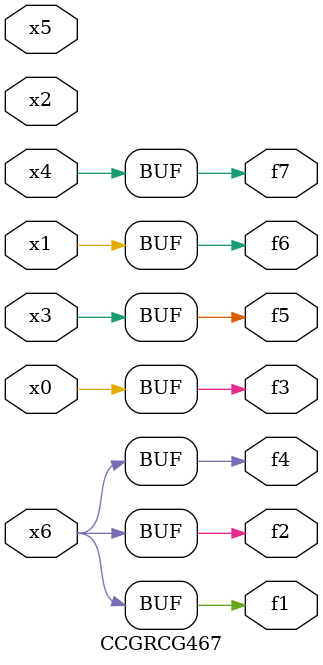
<source format=v>
module CCGRCG467(
	input x0, x1, x2, x3, x4, x5, x6,
	output f1, f2, f3, f4, f5, f6, f7
);
	assign f1 = x6;
	assign f2 = x6;
	assign f3 = x0;
	assign f4 = x6;
	assign f5 = x3;
	assign f6 = x1;
	assign f7 = x4;
endmodule

</source>
